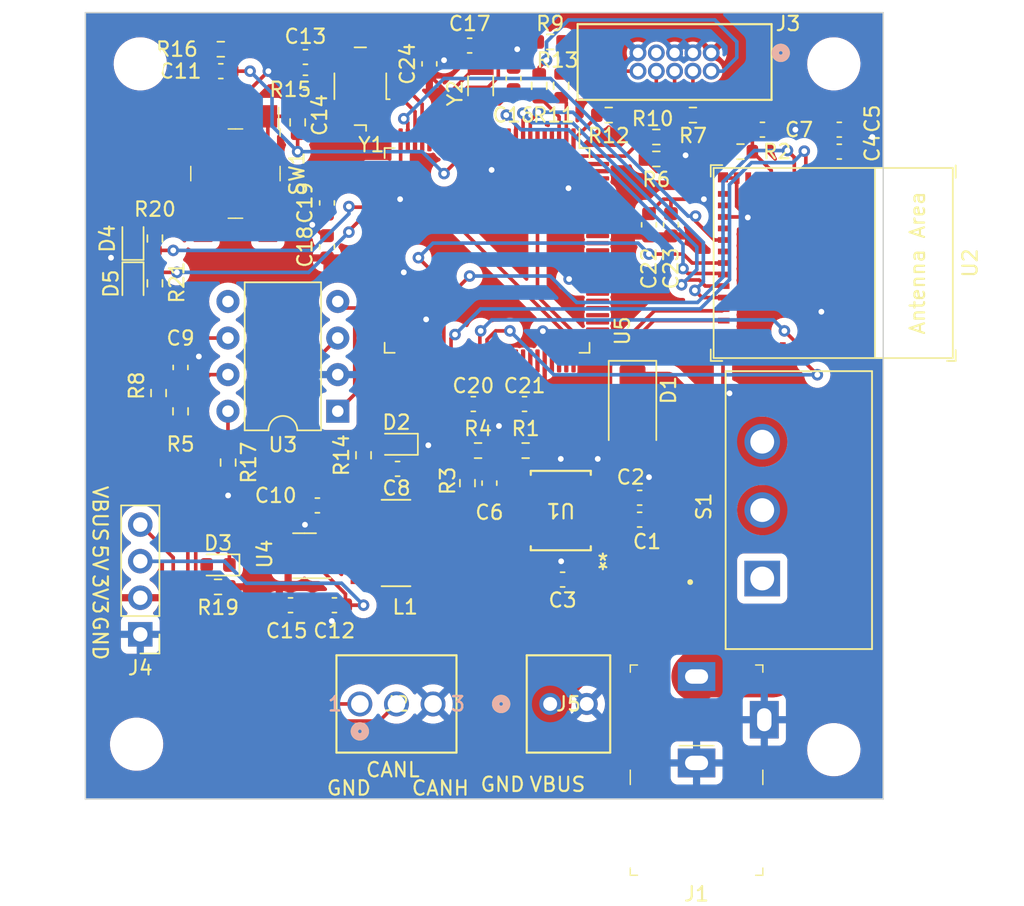
<source format=kicad_pcb>
(kicad_pcb (version 20221018) (generator pcbnew)
  (layers (0 "F.Cu" signal) (31 "B.Cu" signal) (34 "B.Paste" user) (35 "F.Paste" user) (36 "B.SilkS" user "B.Silkscreen") (37 "F.SilkS" user "F.Silkscreen") (38 "B.Mask" user) (39 "F.Mask" user) (44 "Edge.Cuts" user))
  (net 0 "")
  (net 1 "+3.3V")
  (net 2 "GND")
  (net 3 "VBUS")
  (net 4 "Net-(D2-A)")
  (net 5 "Net-(D3-A)")
  (net 6 "/CANH")
  (net 7 "/CANL")
  (net 8 "+5V")
  (net 11 "Net-(U1-BOOT)")
  (net 12 "Net-(U1-SW)")
  (net 13 "Net-(U1-COMP)")
  (net 14 "Net-(U5-XTAL1)")
  (net 15 "/RESET")
  (net 16 "Net-(U5-XTAL2)")
  (net 17 "Net-(U5-RTCX1)")
  (net 18 "Net-(U5-RTCX2)")
  (net 19 "Net-(D4-A)")
  (net 20 "Net-(D5-A)")
  (net 21 "Net-(U1-FB)")
  (net 22 "Net-(U3-Rs)")
  (net 23 "Net-(U5-P1[18])")
  (net 24 "Net-(U5-P1[19])")
  (net 25 "/nTRST")
  (net 26 "Net-(D1-A)")
  (net 27 "/TCK")
  (net 28 "/TMS")
  (net 29 "/TDO")
  (net 30 "/TDI")
  (net 32 "Net-(U3-TXD)")
  (net 33 "Net-(U3-RXD)")
  (net 94 "Net-(C6-Pad2)")
  (net 95 "Net-(U2-EN{slash}CHIP_PU)")
  (net 96 "Net-(C9-Pad1)")
  (net 97 "Net-(J1-Pad1)")
  (net 98 "Net-(J3-SWDIO{slash}TMS)")
  (net 99 "Net-(J3-SWDCLK{slash}TCK)")
  (net 100 "Net-(J3-SWO{slash}TDO)")
  (net 102 "Net-(J3-NC{slash}TDI)")
  (net 103 "Net-(J3-~{RESET})")
  (net 104 "Net-(U2-GPIO2{slash}ADC1_CH2)")
  (net 105 "Net-(U2-GPIO3{slash}ADC1_CH3)")
  (net 112 "Net-(U2-GPIO10)")
  (net 114 "Net-(U2-GPIO4{slash}ADC1_CH4)")
  (net 115 "Net-(U2-GPIO5{slash}ADC2_CH0)")
  (net 116 "Net-(U2-GPIO6)")
  (net 117 "Net-(U2-GPIO7)")
  (net 118 "Net-(U2-GPIO8)")
  (net 119 "Net-(U2-GPIO9)")
  (net 126 "Net-(U2-GPIO20{slash}U0RXD)")
  (net 127 "Net-(U2-GPIO21{slash}U0TXD)")
  (net 132 "Net-(R15-Pad1)")
  (footprint "1x3 terminal block:CONN_282834-3_TYC" (layer "F.Cu") (at 109.982 123.19)
    (fp_text reference "J2")
    (fp_text value "~")
  )
  (footprint "Package_QFP:LQFP-100_14x14mm_P0.5mm" (layer "F.Cu") (at 118.81 91.694 -90)
    (fp_text reference "U5")
    (fp_text value "LPC1768FBD100")
  )
  (footprint "Capacitor_SMD:C_0603_1608Metric" (layer "F.Cu") (at 137.922 83.312)
    (fp_text reference "C7")
    (fp_text value "1uF")
  )
  (footprint "Capacitor_SMD:C_0603_1608Metric" (layer "F.Cu") (at 108.217 116.332 180)
    (fp_text reference "C12")
    (fp_text value "1uF")
  )
  (footprint "Capacitor_SMD:C_0603_1608Metric" (layer "F.Cu") (at 100.33 79.248 180)
    (fp_text reference "C11")
    (fp_text value "100nF")
  )
  (footprint "BD9E302EFJ-E2:HTSOP-J8_ROM" (layer "F.Cu") (at 123.926 109.76 180)
    (fp_text reference "U1")
    (fp_text value "BD9E302EFJ-E2")
  )
  (footprint "Package_TO_SOT_SMD:SOT-23-5" (layer "F.Cu") (at 106.1405 112.8945 180)
    (fp_text reference "U4")
    (fp_text value "NCP718xSN330")
  )
  (footprint "Capacitor_SMD:C_0603_1608Metric" (layer "F.Cu") (at 143.256 84.836)
    (fp_text reference "C4")
    (fp_text value "10uF")
  )
  (footprint "Resistor_SMD:R_0603_1608Metric" (layer "F.Cu") (at 110.236 105.918 90)
    (fp_text reference "R14")
    (fp_text value "1k6")
  )
  (footprint "Capacitor_SMD:C_0603_1608Metric" (layer "F.Cu") (at 107.035 109.4045 180)
    (fp_text reference "C10")
    (fp_text value "22uF")
  )
  (footprint "Capacitor_SMD:C_0603_1608Metric" (layer "F.Cu") (at 129.4 108.871)
    (fp_text reference "C2")
    (fp_text value "0.1uF")
  )
  (footprint "10 pin jtag:CONN_3220-10-0100-00_CNC" (layer "F.Cu") (at 134.366 77.978 180)
    (fp_text reference "J3")
    (fp_text value "Conn_ARM_JTAG_SWD_10")
  )
  (footprint "Capacitor_SMD:C_0603_1608Metric" (layer "F.Cu") (at 117.602 77.47)
    (fp_text reference "C17")
    (fp_text value "18pF")
  )
  (footprint "Resistor_SMD:R_0603_1608Metric" (layer "F.Cu") (at 100.139 115.062 180)
    (fp_text reference "R19")
    (fp_text value "750R")
  )
  (footprint "Capacitor_SMD:C_0603_1608Metric" (layer "F.Cu") (at 105.169 116.332)
    (fp_text reference "C15")
    (fp_text value "1uF")
  )
  (footprint "Resistor_SMD:R_0603_1608Metric" (layer "F.Cu") (at 130.556 85.344 180)
    (fp_text reference "R6")
    (fp_text value "10k")
  )
  (footprint "MountingHole:MountingHole_3.2mm_M3" (layer "F.Cu") (at 142.875 126.365)
    (fp_text reference "REF**" hide)
    (fp_text value "MountingHole_3.2mm_M3")
  )
  (footprint "Capacitor_SMD:C_0603_1608Metric" (layer "F.Cu") (at 120.65 79.756 -90)
    (fp_text reference "C16")
    (fp_text value "18pF")
  )
  (footprint "Diode_SMD:D_SMA" (layer "F.Cu") (at 128.905 102.87 -90)
    (fp_text reference "D1")
    (fp_text value "B340")
  )
  (footprint "Capacitor_SMD:C_0603_1608Metric" (layer "F.Cu") (at 121.412 102.362 180)
    (fp_text reference "C21")
    (fp_text value "10nF")
  )
  (footprint "Resistor_SMD:R_0603_1608Metric" (layer "F.Cu") (at 95.758 93.98 -90)
    (fp_text reference "R21")
    (fp_text value "750R")
  )
  (footprint "Switches:SW_L102021ML04Q" (layer "F.Cu") (at 137.9075 109.728 90)
    (fp_text reference "S1")
    (fp_text value "L102021ML04Q")
  )
  (footprint "Resistor_SMD:R_0603_1608Metric" (layer "F.Cu") (at 97.536 102.87 90)
    (fp_text reference "R5")
    (fp_text value "60R")
  )
  (footprint "Resistor_SMD:R_0603_1608Metric" (layer "F.Cu") (at 123.952 80.264 -90)
    (fp_text reference "R13")
    (fp_text value "50R")
  )
  (footprint "Resistor_SMD:R_0603_1608Metric" (layer "F.Cu") (at 100.838 106.426 -90)
    (fp_text reference "R17")
    (fp_text value "10k")
  )
  (footprint "Resistor_SMD:R_0603_1608Metric" (layer "F.Cu") (at 121.4875 105.5945)
    (fp_text reference "R1")
    (fp_text value "10k")
  )
  (footprint "1x2 terminal block:CONN2_282834-2_TEC" (layer "F.Cu") (at 123.19 123.19)
    (fp_text reference "J5")
    (fp_text value "~")
  )
  (footprint "Capacitor_SMD:C_0603_1608Metric" (layer "F.Cu") (at 124.053 114.554 180)
    (fp_text reference "C3")
    (fp_text value "0.1uF")
  )
  (footprint "Capacitor_SMD:C_0603_1608Metric" (layer "F.Cu") (at 129.4 110.395)
    (fp_text reference "C1")
    (fp_text value "10uF")
  )
  (footprint "LED_SMD:LED_0603_1608Metric" (layer "F.Cu") (at 94.234 94.0055 -90)
    (fp_text reference "D5")
    (fp_text value "LED Low current")
  )
  (footprint "digikey-footprints:Switch_Tactile_SMD_6x6mm_PTS645" (layer "F.Cu") (at 101.346 86.36 -90)
    (fp_text reference "SW1")
    (fp_text value "SW_SPST")
  )
  (footprint "Connector_PinHeader_2.54mm:PinHeader_1x04_P2.54mm_Vertical" (layer "F.Cu") (at 94.742 118.354 180)
    (fp_text reference "J4")
    (fp_text value "0022232041")
  )
  (footprint "Resistor_SMD:R_0603_1608Metric" (layer "F.Cu") (at 130.556 83.82 180)
    (fp_text reference "R10")
    (fp_text value "50R")
  )
  (footprint "Resistor_SMD:R_0603_1608Metric" (layer "F.Cu") (at 122.428 80.264 -90)
    (fp_text reference "R11")
    (fp_text value "50R")
  )
  (footprint "Resistor_SMD:R_0603_1608Metric" (layer "F.Cu") (at 133.096 82.296 180)
    (fp_text reference "R7")
    (fp_text value "10k")
  )
  (footprint "NR6028T4R7M:IND_NR6028T4R7M" (layer "F.Cu") (at 112.4905 112.014 180)
    (fp_text reference "L1")
    (fp_text value "4.7uH")
  )
  (footprint "Crystal:Crystal_SMD_Abracon_ABM3B-4Pin_5.0x3.2mm" (layer "F.Cu") (at 110.014 80.296 90)
    (fp_text reference "Y1")
    (fp_text value "12MHz/10pF")
  )
  (footprint "digikey-footprints:Barrel_Jack_5.5mmODx2.1mmID_PJ-102A" (layer "F.Cu") (at 133.35 124.285 180)
    (fp_text reference "J1")
    (fp_text value "PJ-102A")
  )
  (footprint "Capacitor_SMD:C_0603_1608Metric" (layer "F.Cu") (at 130.048 89.916 90)
    (fp_text reference "C22")
    (fp_text value "100nF")
  )
  (footprint "Resistor_SMD:R_0603_1608Metric" (layer "F.Cu") (at 127.254 82.296 180)
    (fp_text reference "R12")
    (fp_text value "50R")
  )
  (footprint "Resistor_SMD:R_0603_1608Metric" (layer "F.Cu") (at 100.33 77.724)
    (fp_text reference "R16")
    (fp_text value "100k")
  )
  (footprint "Capacitor_SMD:C_0603_1608Metric" (layer "F.Cu") (at 107.7025 88.3985 -90)
    (fp_text reference "C19")
    (fp_text value "10nF")
  )
  (footprint "Espressif:ESP32-C3-MINI-1" (layer "F.Cu") (at 142.834 92.57 -90)
    (fp_text reference "U2")
    (fp_text value "ESP32-C3-MINI-1")
  )
  (footprint "Crystal:Crystal_SMD_3215-2Pin_3.2x1.5mm" (layer "F.Cu") (at 118.364 80.264 90)
    (fp_text reference "Y2")
    (fp_text value "32.768kHz/9pF")
  )
  (footprint "Resistor_SMD:R_0603_1608Metric" (layer "F.Cu") (at 117.449 107.855 90)
    (fp_text reference "R3")
    (fp_text value "430k")
  )
  (footprint "Package_DIP:DIP-8_W7.62mm" (layer "F.Cu") (at 108.448 102.86 180)
    (fp_text reference "U3")
    (fp_text value "MCP2551-I-P")
  )
  (footprint "Capacitor_SMD:C_0603_1608Metric" (layer "F.Cu") (at 106.204 80.042 180)
    (fp_text reference "C14")
    (fp_text value "18pF")
  )
  (footprint "Capacitor_SMD:C_0603_1608Metric" (layer "F.Cu") (at 143.256 83.312)
    (fp_text reference "C5")
    (fp_text value "0.1uF")
  )
  (footprint "Capacitor_SMD:C_0603_1608Metric" (layer "F.Cu") (at 106.204 78.264)
    (fp_text reference "C13")
    (fp_text value "18pF")
  )
  (footprint "Resistor_SMD:R_0603_1608Metric" (layer "F.Cu") (at 136.398 84.836 180)
    (fp_text reference "R2")
    (fp_text value "10k")
  )
  (footprint "Resistor_SMD:R_0603_1608Metric" (layer "F.Cu") (at 123.19 77.216 180)
    (fp_text reference "R9")
    (fp_text value "50R")
  )
  (footprint "Capacitor_SMD:C_0603_1608Metric" (layer "F.Cu") (at 117.856 102.362)
    (fp_text reference "C20")
    (fp_text value "100nF")
  )
  (footprint "Resistor_SMD:R_0603_1608Metric" (layer "F.Cu") (at 118.1855 105.5945)
    (fp_text reference "R4")
    (fp_text value "82k")
  )
  (footprint "Capacitor_SMD:C_0603_1608Metric" (layer "F.Cu") (at 131.572 89.916 90)
    (fp_text reference "C23")
    (fp_text value "10nF")
  )
  (footprint "Resistor_SMD:R_0603_1608Metric" (layer "F.Cu") (at 96.012 101.6 90)
    (fp_text reference "R8")
    (fp_text value "60R")
  )
  (footprint "MountingHole:MountingHole_3.2mm_M3" (layer "F.Cu") (at 142.875 78.74)
    (fp_text reference "REF**" hide)
    (fp_text value "MountingHole_3.2mm_M3")
  )
  (footprint "Capacitor_SMD:C_0603_1608Metric" (layer "F.Cu") (at 97.536 99.822 90)
    (fp_text reference "C9")
    (fp_text value "1nF")
  )
  (footprint "MountingHole:MountingHole_3.2mm_M3" (layer "F.Cu") (at 94.742 78.74)
    (fp_text reference "REF**" hide)
    (fp_text value "MountingHole_3.2mm_M3")
  )
  (footprint "LED_SMD:LED_0603_1608Metric" (layer "F.Cu") (at 112.522 105.156 180)
    (fp_text reference "D2")
    (fp_text value "LED Low current")
  )
  (footprint "Capacitor_SMD:C_0603_1608Metric" (layer "F.Cu") (at 114.808 78.74 90)
    (fp_text reference "C24")
    (fp_text value "100nF")
  )
  (footprint "Capacitor_SMD:C_0603_1608Metric" (layer "F.Cu") (at 107.7025 91.4465 90)
    (fp_text reference "C18")
    (fp_text value "100nF")
  )
  (footprint "Resistor_SMD:R_0603_1608Metric" (layer "F.Cu") (at 95.758 90.869 90)
    (fp_text reference "R20")
    (fp_text value "750R")
  )
  (footprint "MountingHole:MountingHole_3.2mm_M3" (layer "F.Cu") (at 94.488 125.984)
    (fp_text reference "REF**" hide)
    (fp_text value "MountingHole_3.2mm_M3")
  )
  (footprint "LED_SMD:LED_0603_1608Metric" (layer "F.Cu") (at 100.139 113.538 180)
    (fp_text reference "D3")
    (fp_text value "LED Low current")
  )
  (footprint "Capacitor_SMD:C_0603_1608Metric" (layer "F.Cu") (at 112.5975 106.8645)
    (fp_text reference "C8")
    (fp_text value "22uF")
  )
  (footprint "LED_SMD:LED_0603_1608Metric" (layer "F.Cu") (at 94.234 90.869 90)
    (fp_text reference "D4")
    (fp_text value "LED Low current")
  )
  (footprint "Capacitor_SMD:C_0603_1608Metric" (layer "F.Cu") (at 118.973 107.855 90)
    (fp_text reference "C6")
    (fp_text value "6800pF")
  )
  (footprint "Resistor_SMD:R_0603_1608Metric" (layer "F.Cu") (at 105.664 82.804 -90)
    (fp_text reference "R15")
    (fp_text value "100R")
  )
  (gr_line (start 116.078 129.794) (end 90.932 129.794) (stroke (width 0.1)) (layer "Edge.Cuts"))
  (gr_line (start 146.304 129.794) (end 146.304 75.184) (stroke (width 0.1)) (layer "Edge.Cuts"))
  (gr_line (start 90.932 129.794) (end 90.932 75.184) (stroke (width 0.1)) (layer "Edge.Cuts"))
  (gr_line (start 146.304 129.794) (end 116.078 129.794) (stroke (width 0.1)) (layer "Edge.Cuts"))
  (gr_line (start 90.932 75.184) (end 146.304 75.184) (stroke (width 0.1)) (layer "Edge.Cuts"))
  (gr_text "GND" (at 109.22 129.032) (layer "F.SilkS") (effects (font (size 1 1))))
  (gr_text "VBUS" (at 91.948 109.982 270) (layer "F.SilkS") (effects (font (size 1 1))))
  (gr_text "5V" (at 91.948 113.03 270) (layer "F.SilkS") (effects (font (size 1 1))))
  (gr_text "VBUS" (at 123.698 128.778) (layer "F.SilkS") (effects (font (size 1 1))))
  (gr_text "CANH" (at 115.57 129.032) (layer "F.SilkS") (effects (font (size 1 1))))
  (gr_text "3V3" (at 91.948 115.57 270) (layer "F.SilkS") (effects (font (size 1 1))))
  (gr_text "CANL" (at 112.268 127.762) (layer "F.SilkS") (effects (font (size 1 1))))
  (gr_text "GND" (at 119.888 128.778) (layer "F.SilkS") (effects (font (size 1 1))))
  (gr_text "GND" (at 91.948 118.618 -90) (layer "F.SilkS") (effects (font (size 1 1))))
  (segment (start 142.481 84.836) (end 142.481 86.617) (width 0.254) (layer "F.Cu") (net 1))
  (segment (start 142.481 86.617) (end 142.534 86.67) (width 0.254) (layer "F.Cu") (net 1))
  (segment (start 114.808 79.515) (end 115.804 80.511) (width 0.254) (layer "F.Cu") (net 1))
  (segment (start 115.804 80.511) (end 115.804 84.013) (width 0.254) (layer "F.Cu") (net 1))
  (segment (start 119.81 85.422) (end 119.126 86.106) (width 0.254) (layer "F.Cu") (net 2))
  (segment (start 112.726 88.188) (end 111.135 88.188) (width 0.254) (layer "F.Cu") (net 2))
  (segment (start 107.278 112.8945) (end 106.814553 112.8945) (width 0.254) (layer "F.Cu") (net 2))
  (segment (start 119.81 84.019) (end 119.81 85.422) (width 0.254) (layer "F.Cu") (net 2))
  (segment (start 99.096 81.81) (end 101.07 81.81) (width 0.254) (layer "F.Cu") (net 2))
  (segment (start 144.031 83.312) (end 145.034 83.312) (width 0.254) (layer "F.Cu") (net 2))
  (segment (start 126.593 106.273) (end 126.492 106.172) (width 0.254) (layer "F.Cu") (net 2))
  (segment (start 123.348508 105.5945) (end 123.926008 106.172) (width 0.254) (layer "F.Cu") (net 2))
  (segment (start 145.084 86.62) (end 145.084 84.278) (width 0.254) (layer "F.Cu") (net 2))
  (segment (start 131.572 88.138) (end 133.858 88.138) (width 0.254) (layer "F.Cu") (net 2))
  (segment (start 107.861498 117.602) (end 108.032749 117.430749) (width 0.254) (layer "F.Cu") (net 2))
  (segment (start 130.175 108.871) (end 130.175 107.569) (width 0.254) (layer "F.Cu") (net 2))
  (segment (start 135.234 86.67) (end 135.184 86.62) (width 0.254) (layer "F.Cu") (net 2))
  (segment (start 116.827 77.47) (end 115.824 78.473) (width 0.254) (layer "F.Cu") (net 2))
  (segment (start 131.051 88.138) (end 131.572 88.138) (width 0.254) (layer "F.Cu") (net 2))
  (segment (start 115.302984 77.965) (end 115.824 78.486016) (width 0.254) (layer "F.Cu") (net 2))
  (segment (start 136.134 88.636) (end 136.906 89.408) (width 0.254) (layer "F.Cu") (net 2))
  (segment (start 107.7025 90.6715) (end 107.4355 90.6715) (width 0.254) (layer "F.Cu") (net 2))
  (segment (start 113.3725 106.8645) (end 113.3725 105.219) (width 0.254) (layer "F.Cu") (net 2))
  (segment (start 142.012 94.107) (end 142.012 95.447) (width 1) (layer "F.Cu") (net 2))
  (segment (start 94.234 93.1295) (end 94.234 92.202) (width 0.254) (layer "F.Cu") (net 2))
  (segment (start 100.9265 113.538) (end 100.9265 108.8005) (width 0.254) (layer "F.Cu") (net 2))
  (segment (start 117.816 84.796) (end 117.816 84.019) (width 0.254) (layer "F.Cu") (net 2))
  (segment (start 120.65 77.978006) (end 120.904 77.724006) (width 0.254) (layer "F.Cu") (net 2))
  (segment (start 144.984 96.094) (end 142.151 96.094) (width 0.254) (layer "F.Cu") (net 2))
  (segment (start 107.442 117.602) (end 107.861498 117.602) (width 0.254) (layer "F.Cu") (net 2))
  (segment (start 104.616 78.264) (end 103.632 79.248) (width 0.254) (layer "F.Cu") (net 2))
  (segment (start 119.126 86.106) (end 117.816 84.796) (width 0.254) (layer "F.Cu") (net 2))
  (segment (start 129.731 85.344) (end 130.587 86.2) (width 0.254) (layer "F.Cu") (net 2))
  (segment (start 137.187 89.37) (end 138.056 90.239) (width 0.254) (layer "F.Cu") (net 2))
  (segment (start 144.526 84.836) (end 145.542 83.82) (width 0.254) (layer "F.Cu") (net 2))
  (segment (start 114.81 99.369) (end 114.81 96.714075) (width 0.254) (layer "F.Cu") (net 2))
  (segment (start 141.837 92.456) (end 138.377 92.456) (width 1) (layer "F.Cu") (net 2))
  (segment (start 107.7025 89.1735) (end 107.4225 89.1735) (width 0.254) (layer "F.Cu") (net 2))
  (segment (start 136.134 86.67) (end 136.134 88.636) (width 0.254) (layer "F.Cu") (net 2))
  (segment (start 145.034 83.312) (end 145.542 83.82) (width 0.254) (layer "F.Cu") (net 2))
  (segment (start 130.175 107.569) (end 130.048 107.442) (width 0.254) (layer "F.Cu") (net 2))
  (segment (start 135.234 89.37) (end 136.868 89.37) (width 0.254) (layer "F.Cu") (net 2))
  (segment (start 130.048 89.141) (end 131.051 88.138) (width 0.254) (layer "F.Cu") (net 2))
  (segment (start 106.172 112.251947) (end 106.172 110.744) (width 0.254) (layer "F.Cu") (net 2))
  (segment (start 105.944 116.332) (end 105.944 116.866) (width 0.254) (layer "F.Cu") (net 2))
  (segment (start 99.568 81.338) (end 99.096 81.81) (width 0.254) (layer "F.Cu") (net 2))
  (segment (start 123.31 99.369) (end 123.31 97.927026) (width 0.254) (layer "F.Cu") (net 2))
  (segment (start 97.536 99.047) (end 98.793 99.047) (width 0.254) (layer "F.Cu") (net 2))
  (segment (start 107.442 116.332) (end 107.442 117.602) (width 0.254) (layer "F.Cu") (net 2))
  (segment (start 107.4225 89.1735) (end 106.68 89.916) (width 0.254) (layer "F.Cu") (net 2))
  (segment (start 130.587 86.2) (end 131.821658 86.2) (width 0.254) (layer "F.Cu") (net 2))
  (segment (start 113.3725 105.219) (end 113.3095 105.156) (width 0.254) (layer "F.Cu") (net 2))
  (segment (start 122.3125 105.5945) (end 123.348508 105.5945) (width 0.254) (layer "F.Cu") (net 2))
  (segment (start 141.634 94.488) (end 138.174 94.488) (width 1) (layer "F.Cu") (net 2))
  (segment (start 136.944 89.37) (end 137.187 89.37) (width 0.254) (layer "F.Cu") (net 2))
  (segment (start 114.5575 105.2255) (end 114.488 105.156) (width 0.254) (layer "F.Cu") (net 2))
  (segment (start 143.334 86.67) (end 144.134 86.67) (width 0.254) (layer "F.Cu") (net 2))
  (segment (start 123.926 106.172008) (end 123.926008 106.172) (width 1) (layer "F.Cu") (net 2))
  (segment (start 119.888 102.362) (end 120.637 102.362) (width 0.254) (layer "F.Cu") (net 2))
  (segment (start 126.485 94.194) (end 125.013674 94.194) (width 0.254) (layer "F.Cu") (net 2))
  (segment (start 113.006 93.194) (end 113.03 93.218) (width 0.254) (layer "F.Cu") (net 2))
  (segment (start 123.926 113.258) (end 123.952 113.284) (width 1) (layer "F.Cu") (net 2))
  (segment (start 136.868 89.37) (end 136.906 89.408) (width 0.254) (layer "F.Cu") (net 2))
  (segment (start 138.697 83.312) (end 140.208 83.312) (width 0.254) (layer "F.Cu") (net 2))
  (segment (start 145.034 86.67) (end 145.084 86.62) (width 0.254) (layer "F.Cu") (net 2))
  (segment (start 98.793 99.047) (end 98.806 99.06) (width 0.254) (layer "F.Cu") (net 2))
  (segment (start 114.81 96.714075) (end 114.581 96.485075) (width 0.254) (layer "F.Cu") (net 2))
  (segment (start 126.485 87.194) (end 124.642 87.194) (width 0.254) (layer "F.Cu") (net 2))
  (segment (start 100.9265 108.8005) (end 100.838 108.712) (width 0.254) (layer "F.Cu") (net 2))
  (segment (start 144.134 86.67) (end 145.034 86.67) (width 0.254) (layer "F.Cu") (net 2))
  (segment (start 145.084 84.278) (end 145.542 83.82) (width 0.254) (layer "F.Cu") (net 2))
  (segment (start 114.488 105.156) (end 113.3095 105.156) (width 0.254) (layer "F.Cu") (net 2))
  (segment (start 119.634012 102.615988) (end 119.634012 103.886) (width 0.254) (layer "F.Cu") (net 2))
  (segment (start 121.259 110.395) (end 123.291 110.395) (width 0.254) (layer "F.Cu") (net 2))
  (segment (start 105.429 80.042) (end 104.635 79.248) (width 0.254) (layer "F.Cu") (net 2))
  (segment (start 135.184 98.52) (end 135.184 101.165) (width 0.254) (layer "F.Cu") (net 2))
  (segment (start 114.808 77.965) (end 115.302984 77.965) (width 0.254) (layer "F.Cu") (net 2))
  (segment (start 105.429 78.264) (end 104.616 78.264) (width 0.254) (layer "F.Cu") (net 2))
  (segment (start 138.056 90.678) (end 142.006 90.678) (width 1) (layer "F.Cu") (net 2))
  (segment (start 123.926 109.76) (end 123.926 106.172008) (width 1) (layer "F.Cu") (net 2))
  (segment (start 125.013674 94.194) (end 124.502837 93.683163) (width 0.254) (layer "F.Cu") (net 2))
  (segment (start 106.172 109.4925) (end 106.172 110.744) (width 0.254) (layer "F.Cu") (net 2))
  (segment (start 119.0105 104.509512) (end 119.634012 103.886) (width 0.254) (layer "F.Cu") (net 2))
  (segment (start 124.642 87.194) (end 124.46 87.376) (width 0.254) (layer "F.Cu") (net 2))
  (segment (start 112.726 88.188) (end 112.776 88.138) (width 0.254) (layer "F.Cu") (net 2))
  (segment (start 106.26 109.4045) (end 106.172 109.4925) (width 0.254) (layer "F.Cu") (net 2))
  (segment (start 142.006 92.214) (end 140.031 92.214) (width 0.254) (layer "F.Cu") (net 2))
  (segment (start 107.4355 90.6715) (end 106.68 89.916) (width 0.254) (layer "F.Cu") (net 2))
  (segment (start 106.814553 112.8945) (end 106.172 112.251947) (width 0.254) (layer "F.Cu") (net 2))
  (segment (start 106.68 117.602) (end 107.442 117.602) (width 0.254) (layer "F.Cu") (net 2))
  (segment (start 136.134 86.67) (end 135.234 86.67) (width 0.254) (layer "F.Cu") (net 2))
  (segment (start 131.821658 86.2) (end 132.588 85.433658) (width 0.254) (layer "F.Cu") (net 2))
  (segment (start 105.944 116.866) (end 106.68 117.602) (width 0.254) (layer "F.Cu") (net 2))
  (segment (start 132.588 85.433658) (end 132.588 85.09) (width 0.254) (layer "F.Cu") (net 2))
  (segment (start 99.096 90.91) (end 99.096 81.81) (width 0.254) (layer "F.Cu") (net 2))
  (segment (start 138.126 94.431) (end 138.126 90.481) (width 1) (layer "F.Cu") (net 2))
  (segment (start 99.568 79.261) (end 99.568 81.338) (width 0.254) (layer "F.Cu") (net 2))
  (segment (start 136.906 89.408) (end 136.944 89.37) (width 0.254) (layer "F.Cu") (net 2))
  (segment (start 115.824 78.473) (end 115.824 78.486016) (width 0.254) (layer "F.Cu") (net 2))
  (segment (start 94.234 92.202) (end 92.71 92.202) (width 0.254) (layer "F.Cu") (net 2))
  (segment (start 142.006 90.735) (end 142.006 94.685) (width 1) (layer "F.Cu") (net 2))
  (segment (start 144.981 86.314) (end 144.981 98.164) (width 0.254) (layer "F.Cu") (net 2))
  (segment (start 114.7325 105.2255) (end 114.5575 105.2255) (width 0.254) (layer "F.Cu") (net 2))
  (segment (start 111.135 93.194) (end 113.006 93.194) (width 0.254) (layer "F.Cu") (net 2))
  (segment (start 130.175 110.395) (end 130.175 108.871) (width 0.254) (layer "F.Cu") (net 2))
  (segment (start 135.184 101.165) (end 135.636 101.617) (width 0.254) (layer "F.Cu") (net 2))
  (segment (start 118.631 102.362) (end 119.888 102.362) (width 0.254) (layer "F.Cu") (net 2))
  (segment (start 123.291 110.395) (end 123.926 109.76) (width 0.254) (layer "F.Cu") (net 2))
  (segment (start 101.07 81.81) (end 103.632 79.248) (width 0.254) (layer "F.Cu") (net 2))
  (segment (start 94.234 92.202) (end 94.234 91.6565) (width 0.254) (layer "F.Cu") (net 2))
  (segment (start 119.0105 105.5945) (end 119.0105 104.509512) (width 0.254) (layer "F.Cu") (net 2))
  (segment (start 104.635 79.248) (end 103.632 79.248) (width 0.254) (layer "F.Cu") (net 2))
  (segment (start 142.012 95.447) (end 142.012 95.954974) (width 1) (layer "F.Cu") (net 2))
  (segment (start 123.926 109.76) (end 123.926 113.258) (width 1) (layer "F.Cu") (net 2))
  (segment (start 100.838 107.251) (end 100.838 108.712) (width 0.254) (layer "F.Cu") (net 2))
  (segment (start 142.151 96.094) (end 142.011987 95.954987) (width 0.254) (layer "F.Cu") (net 2))
  (segment (start 119.888 102.362) (end 119.634012 102.615988) (width 0.254) (layer "F.Cu") (net 2))
  (segment (start 99.555 79.248) (end 99.568 79.261) (width 0.254) (layer "F.Cu") (net 2))
  (segment (start 131.572 89.141) (end 131.572 88.138) (width 0.254) (layer "F.Cu") (net 2))
  (segment (start 120.65 78.981) (end 120.65 77.978006) (width 0.254) (layer "F.Cu") (net 2))
  (segment (start 123.31 97.927026) (end 122.682 97.299026) (width 0.254) (layer "F.Cu") (net 2))
  (segment (start 126.593 107.855) (end 126.593 106.273) (width 0.254) (layer "F.Cu") (net 2))
  (segment (start 144.031 84.836) (end 144.526 84.836) (width 0.254) (layer "F.Cu") (net 2))
  (segment (start 142.012 95.954974) (end 142.011987 95.954987) (width 1) (layer "F.Cu") (net 2))
  (via (at 135.636 101.617) (size 0.8) (drill 0.4) (layers "F.Cu" "B.Cu") (net 2))
  (via (at 130.048 107.442) (size 0.8) (drill 0.4) (layers "F.Cu" "B.Cu") (net 2))
  (via (at 124.46 87.376) (size 0.8) (drill 0.4) (layers "F.Cu" "B.Cu") (net 2))
  (via (at 145.542 83.82) (size 0.8) (drill 0.4) (layers "F.Cu" "B.Cu") (net 2))
  (via (at 119.126 86.106) (size 0.8) (drill 0.4) (layers "F.Cu" "B.Cu") (net 2))
  (via (at 140.208 83.312) (size 0.8) (drill 0.4) (layers "F.Cu" "B.Cu") (net 2))
  (via (at 133.858 88.138) (size 0.8) (drill 0.4) (layers "F.Cu" "B.Cu") (net 2))
  (via (at 126.492 106.172) (size 0.8) (drill 0.4) (layers "F.Cu" "B.Cu") (net 2))
  (via (at 92.71 92.202) (size 0.8) (drill 0.4) (layers "F.Cu" "B.Cu") (net 2))
  (via (at 108.032749 117.430749) (size 0.8) (drill 0.4) (layers "F.Cu" "B.Cu") (net 2))
  (via (at 112.776 88.138) (size 0.8) (drill 0.4) (layers "F.Cu" "B.Cu") (net 2))
  (via (at 142.011987 95.954987) (size 0.8) (drill 0.4) (layers "F.Cu" "B.Cu") (net 2))
  (via (at 132.588 85.09) (size 0.8) (drill 0.4) (layers "F.Cu" "B.Cu") (net 2))
  (via (at 98.806 99.06) (size 0.8) (drill 0.4) (layers "F.Cu" "B.Cu") (net 2))
  (via (at 122.682 97.299026) (size 0.8) (drill 0.4) (layers "F.Cu" "B.Cu") (net 2))
  (via (at 119.634012 103.886) (size 0.8) (drill 0.4) (layers "F.Cu" "B.Cu") (net 2))
  (via (at 106.172 110.744) (size 0.8) (drill 0.4) (layers "F.Cu" "B.Cu") (net 2))
  (via (at 114.7325 105.2255) (size 0.8) (drill 0.4) (layers "F.Cu" "B.Cu") (net 2))
  (via (at 103.632 79.248) (size 0.8) (drill 0.4) (layers "F.Cu" "B.Cu") (net 2))
  (via (at 120.904 77.724006) (size 0.8) (drill 0.4) (layers "F.Cu" "B.Cu") (net 2))
  (via (at 100.838 108.712) (size 0.8) (drill 0.4) (layers "F.Cu" "B.Cu") (net 2))
  (via (at 115.824 78.486016) (size 0.8) (drill 0.4) (layers "F.Cu" "B.Cu") (net 2))
  (via (at 124.502837 93.683163) (size 0.8) (drill 0.4) (layers "F.Cu" "B.Cu") (net 2))
  (via (at 123.926008 106.172) (size 0.8) (drill 0.4) (layers "F.Cu" "B.Cu") (net 2))
  (via (at 114.581 96.485075) (size 0.8) (drill 0.4) (layers "F.Cu" "B.Cu") (net 2))
  (via (at 113.03 93.218) (size 0.8) (drill 0.4) (layers "F.Cu" "B.Cu") (net 2))
  (via (at 136.906 89.408) (size 0.8) (drill 0.4) (layers "F.Cu" "B.Cu") (net 2))
  (via (at 106.68 89.916) (size 0.8) (drill 0.4) (layers "F.Cu" "B.Cu") (net 2))
  (via (at 123.952 113.284) (size 0.8) (drill 0.4) (layers "F.Cu" "B.Cu") (net 2))
  (segment (start 122.918 123.19) (end 117.584 128.524) (width 0.254) (layer "F.Cu") (net 3))
  (segment (start 97.028 117.348) (end 97.028 113.02) (width 0.254) (layer "F.Cu") (net 3))
  (segment (start 122.918 122.025231) (end 122.918 123.19) (width 3.5) (layer "F.Cu") (net 3))
  (segment (start 131.33631 100.87) (end 128.905 100.87) (width 1.5) (layer "F.Cu") (net 3))
  (segment (start 108.204 128.524) (end 97.028 117.348) (width 0.254) (layer "F.Cu") (net 3))
  (segment (start 132.675 107.317411) (end 132.675 114.517245) (width 3.5) (layer "F.Cu") (net 3))
  (segment (start 135.014411 104.978) (end 132.675 107.317411) (width 3.5) (layer "F.Cu") (net 3))
  (segment (start 117.584 128.524) (end 108.204 128.524) (width 0.254) (layer "F.Cu") (net 3))
  (segment (start 97.028 113.02) (end 94.742 110.734) (width 0.254) (layer "F.Cu") (net 3))
  (segment (start 135.44431 104.978) (end 131.33631 100.87) (width 1.5) (layer "F.Cu") (net 3))
  (segment (start 132.675 114.517245) (end 130.425986 114.517245) (width 3.5) (layer "F.Cu") (net 3))
  (segment (start 130.425986 114.517245) (end 122.918 122.025231) (width 3.5) (layer "F.Cu") (net 3))
  (segment (start 137.9075 104.978) (end 135.44431 104.978) (width 3.5) (layer "F.Cu") (net 3))
  (segment (start 111.7345 105.156) (end 110.299 105.156) (width 0.25) (layer "F.Cu") (net 4))
  (segment (start 110.299 105.156) (end 110.236 105.093) (width 0.25) (layer "F.Cu") (net 4))
  (segment (start 99.314 115.062) (end 99.314 113.5755) (width 0.25) (layer "F.Cu") (net 5))
  (segment (start 99.314 113.5755) (end 99.3515 113.538) (width 0.25) (layer "F.Cu") (net 5))
  (segment (start 98.589 103.669) (end 98.589 115.554462) (width 0.25) (layer "F.Cu") (net 6))
  (segment (start 100.828 100.32) (end 99.578 100.32) (width 0.25) (layer "F.Cu") (net 6))
  (segment (start 99.578 100.32) (end 98.552 101.346) (width 0.25) (layer "F.Cu") (net 6))
  (segment (start 98.552 103.632) (end 98.589 103.669) (width 0.25) (layer "F.Cu") (net 6))
  (segment (start 97.536 103.695) (end 98.489 103.695) (width 0.25) (layer "F.Cu") (net 6))
  (segment (start 98.552 101.346) (end 98.552 103.632) (width 0.25) (layer "F.Cu") (net 6))
  (segment (start 98.589 115.554462) (end 106.224538 123.19) (width 0.25) (layer "F.Cu") (net 6))
  (segment (start 98.489 103.695) (end 98.552 103.632) (width 0.25) (layer "F.Cu") (net 6))
  (segment (start 106.224538 123.19) (end 109.982 123.19) (width 0.25) (layer "F.Cu") (net 6))
  (segment (start 112.522 123.698) (end 112.522 123.19) (width 0.25) (layer "F.Cu") (net 7))
  (segment (start 98.044 115.645858) (end 106.776742 124.3786) (width 0.25) (layer "F.Cu") (net 7))
  (segment (start 94.742 100.33) (end 94.742 102.362) (width 0.25) (layer "F.Cu") (net 7))
  (segment (start 96.012 102.425) (end 94.805 102.425) (width 0.25) (layer "F.Cu") (net 7))
  (segment (start 100.828 97.78) (end 97.292 97.78) (width 0.25) (layer "F.Cu") (net 7))
  (segment (start 98.044 105.664) (end 98.044 115.645858) (width 0.25) (layer "F.Cu") (net 7))
  (segment (start 94.805 102.425) (end 94.742 102.362) (width 0.25) (layer "F.Cu") (net 7))
  (segment (start 97.292 97.78) (end 94.742 100.33) (width 0.25) (layer "F.Cu") (net 7))
  (segment (start 111.3334 124.3786) (end 112.522 123.19) (width 0.25) (layer "F.Cu") (net 7))
  (segment (start 94.742 102.362) (end 98.044 105.664) (width 0.25) (layer "F.Cu") (net 7))
  (segment (start 106.776742 124.3786) (end 111.3334 124.3786) (width 0.25) (layer "F.Cu") (net 7))
  (segment (start 106.68 99.548) (end 108.448 97.78) (width 0.254) (layer "F.Cu") (net 8))
  (segment (start 110.1405 109.779) (end 108.051 107.6895) (width 0.254) (layer "F.Cu") (net 8))
  (segment (start 108.979 115.5455) (end 108.979 116.319) (width 0.254) (layer "F.Cu") (net 8))
  (segment (start 108.979 116.319) (end 108.992 116.332) (width 0.254) (layer "F.Cu") (net 8))
  (segment (start 107.81 107.9305) (end 108.051 107.6895) (width 0.254) (layer "F.Cu") (net 8))
  (segment (start 110.1405 111.1165) (end 110.1405 106.8385) (width 0.254) (layer "F.Cu") (net 8))
  (segment (start 110.3575 106.8645) (end 110.236 106.743) (width 0.254) (layer "F.Cu") (net 8))
  (segment (start 106.68 106.3185) (end 106.68 99.548) (width 0.254) (layer "F.Cu") (net 8))
  (segment (start 108.051 107.6895) (end 106.68 106.3185) (width 0.254) (layer "F.Cu") (net 8))
  (segment (start 110.1405 111.1165) (end 110.1405 109.779) (width 0.254) (layer "F.Cu") (net 8))
  (segment (start 111.8225 106.8645) (end 110.3575 106.8645) (width 0.254) (layer "F.Cu") (net 8))
  (segment (start 107.81 109.4045) (end 107.81 107.9305) (width 0.254) (layer "F.Cu") (net 8))
  (segment (start 110.1405 106.8385) (end 110.236 106.743) (width 0.254) (layer "F.Cu") (net 8))
  (segment (start 107.3475 112.014) (end 107.278 111.9445) (width 0.254) (layer "F.Cu") (net 8))
  (segment (start 109.243 112.014) (end 107.3475 112.014) (width 0.254) (layer "F.Cu") (net 8))
  (segment (start 108.979 115.5455) (end 107.278 113.8445) (width 0.254) (layer "F.Cu") (net 8))
  (segment (start 110.1405 111.445447) (end 107.741447 113.8445) (width 0.254) (layer "F.Cu") (net 8))
  (segment (start 107.741447 113.8445) (end 107.278 113.8445) (width 0.254) (layer "F.Cu") (net 8))
  (segment (start 108.992 116.332) (end 110.236 116.332) (width 0.254) (layer "F.Cu") (net 8))
  (segment (start 110.1405 111.1165) (end 110.1405 111.445447) (width 0.254) (layer "F.Cu") (net 8))
  (via (at 110.236 116.332) (size 0.8) (drill 0.4) (layers "F.Cu" "B.Cu") (net 8))
  (segment (start 94.752 113.284) (end 94.742 113.274) (width 0.254) (layer "B.Cu") (net 8))
  (segment (start 102.108 114.808) (end 100.584 113.284) (width 0.254) (layer "B.Cu") (net 8))
  (segment (start 110.236 116.332) (end 108.712 114.808) (width 0.254) (layer "B.Cu") (net 8))
  (segment (start 100.584 113.284) (end 94.752 113.284) (width 0.254) (layer "B.Cu") (net 8))
  (segment (start 108.712 114.808) (end 102.108 114.808) (width 0.254) (layer "B.Cu") (net 8))
  (segment (start 125.476 114.554) (end 124.828 114.554) (width 0.25) (layer "F.Cu") (net 11))
  (segment (start 126.593 111.665) (end 126.593 113.437) (width 0.25) (layer "F.Cu") (net 11))
  (segment (start 126.593 113.437) (end 125.476 114.554) (width 0.25) (layer "F.Cu") (net 11))
  (segment (start 120.904 111.665) (end 115.189498 111.665) (width 1) (layer "F.Cu") (net 12))
  (segment (start 120.904 111.665) (end 121.259 111.665) (width 1) (layer "F.Cu") (net 12))
  (segment (start 117.449 108.68) (end 117.449 112.014) (width 0.25) (layer "F.Cu") (net 12))
  (segment (start 123.278 114.554) (end 122.555 114.554) (width 0.25) (layer "F.Cu") (net 12))
  (segment (start 120.904 112.903) (end 120.904 111.665) (width 0.25) (layer "F.Cu") (net 12))
  (segment (start 122.555 114.554) (end 120.904 112.903) (width 0.25) (layer "F.Cu") (net 12))
  (segment (start 120.764 108.63) (end 121.259 109.125) (width 0.25) (layer "F.Cu") (net 13))
  (segment (start 118.973 108.63) (end 120.764 108.63) (width 0.25) (layer "F.Cu") (net 13))
  (segment (start 106.979 78.611) (end 107.889 79.521) (width 0.25) (layer "F.Cu") (net 14))
  (segment (start 106.979 78.264) (end 106.979 78.611) (width 0.25) (layer "F.Cu") (net 14))
  (segment (start 109.989 79.521) (end 111.214 78.296) (width 0.25) (layer "F.Cu") (net 14))
  (segment (start 111.944 79.026) (end 111.214 78.296) (width 0.25) (layer "F.Cu") (net 14))
  (segment (start 111.944 79.178) (end 111.944 79.026) (width 0.25) (layer "F.Cu") (net 14))
  (segment (start 107.889 79.521) (end 109.989 79.521) (width 0.25) (layer "F.Cu") (net 14))
  (segment (start 114.302 84.011) (end 114.31 84.019) (width 0.25) (layer "F.Cu") (net 14))
  (segment (start 114.302 81.536) (end 114.302 84.011) (width 0.25) (layer "F.Cu") (net 14))
  (segment (start 111.944 79.178) (end 114.302 81.536) (width 0.25) (layer "F.Cu") (net 14))
  (segment (start 101.168 79.198) (end 101.218 79.248) (width 0.25) (layer "F.Cu") (net 15))
  (segment (start 105.664 83.629) (end 105.664 84.836) (width 0.25) (layer "F.Cu") (net 15))
  (segment (start 120.581327 76.691) (end 119.589 77.683327) (width 0.25) (layer "F.Cu") (net 15))
  (segment (start 101.168 77.724) (end 101.168 79.198) (width 0.25) (layer "F.Cu") (net 15))
  (segment (start 119.589 77.683327) (end 119.589 79.652604) (width 0.25) (layer "F.Cu") (net 15))
  (segment (start 116.81 81.018) (end 116.81 84.019) (width 0.25) (layer "F.Cu") (net 15))
  (segment (start 119.589 79.652604) (end 118.869604 80.372) (width 0.25) (layer "F.Cu") (net 15))
  (segment (start 116.81 84.019) (end 116.81 85.374) (width 0.25) (layer "F.Cu") (net 15))
  (segment (start 121.84 76.691) (end 120.581327 76.691) (width 0.25) (layer "F.Cu") (net 15))
  (segment (start 122.365 77.216) (end 121.84 76.691) (width 0.25) (layer "F.Cu") (net 15))
  (segment (start 117.456 80.372) (end 116.81 81.018) (width 0.25) (layer "F.Cu") (net 15))
  (segment (start 118.869604 80.372) (end 117.456 80.372) (width 0.25) (layer "F.Cu") (net 15))
  (segment (start 116.81 85.374) (end 115.824 86.36) (width 0.25) (layer "F.Cu") (net 15))
  (segment (start 102.362 79.248) (end 101.218 79.248) (width 0.25) (layer "F.Cu") (net 15))
  (via (at 102.362 79.248) (size 0.8) (drill 0.4) (layers "F.Cu" "B.Cu") (net 15))
  (via (at 115.824 86.36) (size 0.8) (drill 0.4) (layers "F.Cu" "B.Cu") (net 15))
  (via (at 105.664 84.836) (size 0.8) (drill 0.4) (layers "F.Cu" "B.Cu") (net 15))
  (segment (start 103.886 83.058) (end 103.886 80.772) (width 0.25) (layer "B.Cu") (net 15))
  (segment (start 103.886 80.772) (end 102.362 79.248) (width 0.25) (layer "B.Cu") (net 15))
  (segment (start 105.664 84.836) (end 103.886 83.058) (width 0.25) (layer "B.Cu") (net 15))
  (segment (start 114.3 84.836) (end 115.824 86.36) (width 0.25) (layer "B.Cu") (net 15))
  (segment (start 105.664 84.836) (end 114.3 84.836) (width 0.25) (layer "B.Cu") (net 15))
  (segment (start 113.81 82.06) (end 113.81 84.019) (width 0.25) (layer "F.Cu") (net 16))
  (segment (start 111.214 82.296) (end 108.96 80.042) (width 0.25) (layer "F.Cu") (net 16))
  (segment (start 112.998 81.248) (end 112.262 81.248) (width 0.25) (layer "F.Cu") (net 16))
  (segment (start 108.96 80.042) (end 106.979 80.042) (width 0.25) (layer "F.Cu") (net 16))
  (segment (start 112.998 81.248) (end 113.81 82.06) (width 0.25) (layer "F.Cu") (net 16))
  (segment (start 112.262 81.248) (end 111.214 82.296) (width 0.25) (layer "F.Cu") (net 16))
  (segment (start 117.31 82.716396) (end 117.31 84.019) (width 0.25) (layer "F.Cu") (net 17))
  (segment (start 118.364 81.662396) (end 118.364 81.514) (width 0.25) (layer "F.Cu") (net 17))
  (segment (start 118.397 81.547) (end 118.364 81.514) (width 0.25) (layer "F.Cu") (net 17))
  (segment (start 117.31 82.716396) (end 118.364 81.662396) (width 0.25) (layer "F.Cu") (net 17))
  (segment (start 120.65 80.531) (end 119.667 81.514) (width 0.25) (layer "F.Cu") (net 17))
  (segment (start 119.667 81.514) (end 118.364 81.514) (width 0.25) (layer "F.Cu") (net 17))
  (segment (start 118.364 79.014) (end 118.364 77.483) (width 0.25) (layer "F.Cu") (net 18))
  (segment (start 118.364 79.014) (end 117.964 79.014) (width 0.25) (layer "F.Cu") (net 18))
  (segment (start 116.332 80.646) (end 116.332 83.997) (width 0.25) (layer "F.Cu") (net 18))
  (segment (start 117.964 79.014) (end 116.332 80.646) (width 0.25) (layer "F.Cu") (net 18))
  (segment (start 116.332 83.997) (end 116.31 84.019) (width 0.25) (layer "F.Cu") (net 18))
  (segment (start 118.364 77.483) (end 118.377 77.47) (width 0.25) (layer "F.Cu") (net 18))
  (segment (start 94.234 90.0815) (end 95.7205 90.0815) (width 0.25) (layer "F.Cu") (net 19))
  (segment (start 95.7205 90.0815) (end 95.758 90.044) (width 0.25) (layer "F.Cu") (net 19))
  (segment (start 94.2715 94.742) (end 95.695 94.742) (width 0.25) (layer "F.Cu") (net 20))
  (segment (start 117.449 105.683) (end 117.3605 105.5945) (width 0.25) (layer "F.Cu") (net 21))
  (segment (start 117.449 107.03) (end 118.274 107.855) (width 0.25) (layer "F.Cu") (net 21))
  (segment (start 117.449 107.03) (end 117.449 105.683) (width 0.25) (layer "F.Cu") (net 21))
  (segment (start 118.274 107.855) (end 121.259 107.855) (width 0.25) (layer "F.Cu") (net 21))
  (segment (start 100.828 102.86) (end 100.828 105.591) (width 0.25) (layer "F.Cu") (net 22))
  (segment (start 111.135 88.694) (end 109.268 88.694) (width 0.25) (layer "F.Cu") (net 23))
  (segment (start 109.268 88.694) (end 109.22 88.646) (width 0.25) (layer "F.Cu") (net 23))
  (segment (start 95.758 91.694) (end 97.028 91.694) (width 0.25) (layer "F.Cu") (net 23))
  (via (at 109.22 88.646) (size 0.8) (drill 0.4) (layers "F.Cu" "B.Cu") (net 23))
  (via (at 97.028 91.694) (size 0.8) (drill 0.4) (layers "F.Cu" "B.Cu") (net 23))
  (segment (start 106.68 91.694) (end 109.22 89.154) (width 0.25) (layer "B.Cu") (net 23))
  (segment (start 97.028 91.694) (end 106.68 91.694) (width 0.25) (layer "B.Cu") (net 23))
  (segment (start 109.22 89.154) (end 109.22 88.646) (width 0.25) (layer "B.Cu") (net 23))
  (segment (start 109.22 90.346552) (end 109.22 90.424) (width 0.25) (layer "F.Cu") (net 24))
  (segment (start 97.282 93.218) (end 95.821 93.218) (width 0.25) (layer "F.Cu") (net 24))
  (segment (start 111.135 89.194) (end 110.372552 89.194) (width 0.25) (layer "F.Cu") (net 24))
  (segment (start 95.821 93.218) (end 95.758 93.155) (width 0.25) (layer "F.Cu") (net 24))
  (segment (start 110.372552 89.194) (end 109.22 90.346552) (width 0.25) (layer "F.Cu") (net 24))
  (via (at 109.22 90.424) (size 0.8) (drill 0.4) (layers "F.Cu" "B.Cu") (net 24))
  (via (at 97.282 93.218) (size 0.8) (drill 0.4) (layers "F.Cu" "B.Cu") (net 24))
  (segment (start 106.426 93.218) (end 97.282 93.218) (width 0.25) (layer "B.Cu") (net 24))
  (segment (start 109.22 90.424) (end 106.426 93.218) (width 0.25) (layer "B.Cu") (net 24))
  (segment (start 128.625 108.871) (end 128.625 110.395) (width 1) (layer "F.Cu") (net 26))
  (segment (start 128.625 105.15) (end 128.625 108.871) (width 1) (layer "F.Cu") (net 26))
  (segment (start 128.625 110.395) (end 126.593 110.395) (width 1) (layer "F.Cu") (net 26))
  (segment (start 128.905 104.87) (end 128.625 105.15) (width 1) (layer "F.Cu") (net 26))
  (segment (start 126.593 110.395) (end 126.593 109.125) (width 1) (layer "F.Cu") (net 26))
  (segment (start 128.407 85.144) (end 123.069315 85.144) (width 0.25) (layer "F.Cu") (net 27))
  (segment (start 129.731 83.82) (end 128.407 85.144) (width 0.25) (layer "F.Cu") (net 27))
  (segment (start 123.069315 85.144) (end 122.81 84.884685) (width 0.25) (layer "F.Cu") (net 27))
  (segment (start 122.81 84.884685) (end 122.81 84.019) (width 0.25) (layer "F.Cu") (net 27))
  (segment (start 122.428 81.089) (end 122.491 81.089) (width 0.25) (layer "F.Cu") (net 28))
  (segment (start 123.81 82.408) (end 123.81 84.019) (width 0.25) (layer "F.Cu") (net 28))
  (segment (start 122.491 81.089) (end 123.81 82.408) (width 0.25) (layer "F.Cu") (net 28))
  (segment (start 126.429 82.4) (end 124.81 84.019) (width 0.25) (layer "F.Cu") (net 29))
  (segment (start 126.429 82.296) (end 126.429 82.4) (width 0.25) (layer "F.Cu") (net 29))
  (segment (start 124.31 81.447) (end 124.31 84.019) (width 0.25) (layer "F.Cu") (net 30))
  (segment (start 123.952 81.089) (end 124.31 81.447) (width 0.25) (layer "F.Cu") (net 30))
  (segment (start 109.627 101.681) (end 109.627 96.875) (width 0.25) (layer "F.Cu") (net 32))
  (segment (start 110.308 96.194) (end 111.135 96.194) (width 0.25) (layer "F.Cu") (net 32))
  (segment (start 108.448 102.86) (end 109.627 101.681) (width 0.25) (layer "F.Cu") (net 32))
  (segment (start 109.627 96.875) (end 110.308 96.194) (width 0.25) (layer "F.Cu") (net 32))
  (segment (start 108.902 95.694) (end 108.448 95.24) (width 0.25) (layer "F.Cu") (net 33))
  (segment (start 111.135 95.694) (end 108.902 95.694) (width 0.25) (layer "F.Cu") (net 33))
  (segment (start 118.973 107.08) (end 119.177 107.08) (width 0.25) (layer "F.Cu") (net 94))
  (segment (start 119.177 107.08) (end 120.6625 105.5945) (width 0.25) (layer "F.Cu") (net 94))
  (segment (start 137.223 83.388) (end 137.147 83.312) (width 0.25) (layer "F.Cu") (net 95))
  (segment (start 138.534 86.67) (end 138.534 86.147) (width 0.25) (layer "F.Cu") (net 95))
  (segment (start 138.534 86.147) (end 137.223 84.836) (width 0.25) (layer "F.Cu") (net 95))
  (segment (start 137.223 84.836) (end 137.223 83.388) (width 0.25) (layer "F.Cu") (net 95))
  (segment (start 97.536 102.045) (end 97.536 100.597) (width 0.25) (layer "F.Cu") (net 96))
  (segment (start 97.358 100.775) (end 97.536 100.597) (width 0.25) (layer "F.Cu") (net 96))
  (segment (start 96.012 100.775) (end 97.358 100.775) (width 0.25) (layer "F.Cu") (net 96))
  (segment (start 139.657589 109.728) (end 142.748 112.818411) (width 3.5) (layer "F.Cu") (net 97))
  (segment (start 142.748 116.84) (end 138.607 120.981) (width 3.5) (layer "F.Cu") (net 97))
  (segment (start 133.654 120.981) (end 133.35 121.285) (width 3.5) (layer "F.Cu") (net 97))
  (segment (start 142.748 112.818411) (end 142.748 116.84) (width 3.5) (layer "F.Cu") (net 97))
  (segment (start 138.607 120.981) (end 133.654 120.981) (width 3.5) (layer "F.Cu") (net 97))
  (segment (start 137.9075 109.728) (end 139.657589 109.728) (width 3.5) (layer "F.Cu") (net 97))
  (segment (start 122.428 79.439) (end 122.428 78.99399) (width 0.25) (layer "F.Cu") (net 98))
  (segment (start 122.428 78.99399) (end 122.93599 78.486) (width 0.25) (layer "F.Cu") (net 98))
  (via (at 122.93599 78.486) (size 0.8) (drill 0.4) (layers "F.Cu" "B.Cu") (net 98))
  (segment (start 135.192183 79.248) (end 136.144 78.296183) (width 0.25) (layer "B.Cu") (net 98))
  (segment (start 124.46 75.692) (end 122.93599 77.21601) (width 0.25) (layer "B.Cu") (net 98))
  (segment (start 134.62 75.692) (end 124.46 75.692) (width 0.25) (layer "B.Cu") (net 98))
  (segment (start 136.144 77.216) (end 134.62 75.692) (width 0.25) (layer "B.Cu") (net 98))
  (segment (start 134.366 79.248) (end 135.192183 79.248) (width 0.25) (layer "B.Cu") (net 98))
  (segment (start 122.93599 77.21601) (end 122.93599 78.486) (width 0.25) (layer "B.Cu") (net 98))
  (segment (start 136.144 78.296183) (end 136.144 77.216) (width 0.25) (layer "B.Cu") (net 98))
  (segment (start 133.096 79.248) (end 133.096 83.058) (width 0.25) (layer "F.Cu") (net 99))
  (segment (start 133.096 83.058) (end 132.334 83.82) (width 0.25) (layer "F.Cu") (net 99))
  (segment (start 131.381 83.82) (end 131.381 85.344) (width 0.25) (layer "F.Cu") (net 99))
  (segment (start 132.334 83.82) (end 131.381 83.82) (width 0.25) (layer "F.Cu") (net 99))
  (segment (start 131.826 80.201) (end 129.731 82.296) (width 0.25) (layer "F.Cu") (net 100))
  (segment (start 132.017 82.296) (end 129.731 82.296) (width 0.25) (layer "F.Cu") (net 100))
  (segment (start 129.731 82.296) (end 128.079 82.296) (width 0.25) (layer "F.Cu") (net 100))
  (segment (start 131.826 79.248) (end 131.826 80.201) (width 0.25) (layer "F.Cu") (net 100))
  (segment (start 125.031 80.518) (end 123.952 79.439) (width 0.25) (layer "F.Cu") (net 102))
  (segment (start 130.556 79.248) (end 130.556 80.074183) (width 0.25) (layer "F.Cu") (net 102))
  (segment (start 130.112183 80.518) (end 125.031 80.518) (width 0.25) (layer "F.Cu") (net 102))
  (segment (start 130.556 80.074183) (end 130.112183 80.518) (width 0.25) (layer "F.Cu") (net 102))
  (segment (start 126.238 79.248) (end 124.206 77.216) (width 0.25) (layer "F.Cu") (net 103))
  (segment (start 124.206 77.216) (end 124.015 77.216) (width 0.25) (layer "F.Cu") (net 103))
  (segment (start 129.286 79.248) (end 126.238 79.248) (width 0.25) (layer "F.Cu") (net 103))
  (segment (start 116.31 97.812) (end 116.31 99.369) (width 0.25) (layer "F.Cu") (net 104))
  (segment (start 140.934 84.908535) (end 140.826353 84.800888) (width 0.25) (layer "F.Cu") (net 104))
  (segment (start 116.586 97.536) (end 116.31 97.812) (width 0.25) (layer "F.Cu") (net 104))
  (segment (start 140.934 86.67) (end 140.934 84.908535) (width 0.25) (layer "F.Cu") (net 104))
  (via (at 116.586 97.536) (size 0.8) (drill 0.4) (layers "F.Cu" "B.Cu") (net 104))
  (via (at 140.826353 84.800888) (size 0.8) (drill 0.4) (layers "F.Cu" "B.Cu") (net 104))
  (segment (start 135.636 87.122) (end 135.636 93.726) (width 0.25) (layer "B.Cu") (net 104))
  (segment (start 118.364 95.758) (end 116.586 97.536) (width 0.25) (layer "B.Cu") (net 104))
  (segment (start 140.029241 85.598) (end 137.16 85.598) (width 0.25) (layer "B.Cu") (net 104))
  (segment (start 140.826353 84.800888) (end 140.029241 85.598) (width 0.25) (layer "B.Cu") (net 104))
  (segment (start 137.16 85.598) (end 135.636 87.122) (width 0.25) (layer "B.Cu") (net 104))
  (segment (start 135.636 93.726) (end 133.604 95.758) (width 0.25) (layer "B.Cu") (net 104))
  (segment (start 133.604 95.758) (end 118.364 95.758) (width 0.25) (layer "B.Cu") (net 104))
  (segment (start 140.134 86.67) (end 140.134 85.233151) (width 0.25) (layer "F.Cu") (net 105))
  (segment (start 115.81 95.264) (end 117.602 93.472) (width 0.25) (layer "F.Cu") (net 105))
  (segment (start 115.81 99.369) (end 115.81 95.264) (width 0.25) (layer "F.Cu") (net 105))
  (segment (start 140.134 85.233151) (end 139.658786 84.757937) (width 0.25) (layer "F.Cu") (net 105))
  (via (at 117.602 93.472) (size 0.8) (drill 0.4) (layers "F.Cu" "B.Cu") (net 105))
  (via (at 139.658786 84.757937) (size 0.8) (drill 0.4) (layers "F.Cu" "B.Cu") (net 105))
  (segment (start 117.602 93.472) (end 123.19 93.472) (width 0.25) (layer "B.Cu") (net 105))
  (segment (start 135.186 93.539604) (end 135.186 86.935604) (width 0.25) (layer "B.Cu") (net 105))
  (segment (start 123.19 93.472) (end 125.026 95.308) (width 0.25) (layer "B.Cu") (net 105))
  (segment (start 133.417604 95.308) (end 135.186 93.539604) (width 0.25) (layer "B.Cu") (net 105))
  (segment (start 137.363667 84.757937) (end 139.658786 84.757937) (width 0.25) (layer "B.Cu") (net 105))
  (segment (start 125.026 95.308) (end 133.417604 95.308) (width 0.25) (layer "B.Cu") (net 105))
  (segment (start 135.186 86.935604) (end 137.363667 84.757937) (width 0.25) (layer "B.Cu") (net 105))
  (segment (start 113.31 82.83) (end 113.31 84.019) (width 0.25) (layer "F.Cu") (net 112))
  (segment (start 113.03 82.55) (end 113.31 82.83) (width 0.25) (layer "F.Cu") (net 112))
  (segment (start 133.277653 89.663653) (end 133.277653 89.314848) (width 0.25) (layer "F.Cu") (net 112))
  (segment (start 135.234 90.97) (end 134.584 90.97) (width 0.25) (layer "F.Cu") (net 112))
  (segment (start 134.584 90.97) (end 133.277653 89.663653) (width 0.25) (layer "F.Cu") (net 112))
  (via (at 133.277653 89.314848) (size 0.8) (drill 0.4) (layers "F.Cu" "B.Cu") (net 112))
  (via (at 113.03 82.55) (size 0.8) (drill 0.4) (layers "F.Cu" "B.Cu") (net 112))
  (segment (start 123.209537 79.756) (end 132.768385 89.314848) (width 0.25) (layer "B.Cu") (net 112))
  (segment (start 113.03 82.55) (end 115.824 79.756) (width 0.25) (layer "B.Cu") (net 112))
  (segment (start 115.824 79.756) (end 123.209537 79.756) (width 0.25) (layer "B.Cu") (net 112))
  (segment (start 132.768385 89.314848) (end 133.277653 89.314848) (width 0.25) (layer "B.Cu") (net 112))
  (segment (start 115.316 99.369) (end 115.36 99.325) (width 0.25) (layer "F.Cu") (net 114))
  (segment (start 133.044494 92.57) (end 132.422494 91.948) (width 0.25) (layer "F.Cu") (net 114))
  (segment (start 115.36 99.325) (end 115.36 93.515996) (width 0.25) (layer "F.Cu") (net 114))
  (segment (start 135.234 92.57) (end 133.044494 92.57) (width 0.25) (layer "F.Cu") (net 114))
  (segment (start 115.36 93.515996) (end 114.046004 92.202) (width 0.25) (layer "F.Cu") (net 114))
  (segment (start 132.422494 91.948) (end 130.048 91.948) (width 0.25) (layer "F.Cu") (net 114))
  (via (at 130.048 91.948) (size 0.8) (drill 0.4) (layers "F.Cu" "B.Cu") (net 114))
  (via (at 114.046004 92.202) (size 0.8) (drill 0.4) (layers "F.Cu" "B.Cu") (net 114))
  (segment (start 115.062004 91.186) (end 129.286 91.186) (width 0.25) (layer "B.Cu") (net 114))
  (segment (start 114.046004 92.202) (end 115.062004 91.186) (width 0.25) (layer "B.Cu") (net 114))
  (segment (start 129.286 91.186) (end 130.048 91.948) (width 0.25) (layer "B.Cu") (net 114))
  (segment (start 135.159066 93.295066) (end 132.744255 93.295066) (width 0.25) (layer "F.Cu") (net 115))
  (segment (start 120.81 84.019) (end 120.81 82.964) (width 0.25) (layer "F.Cu") (net 115))
  (segment (start 132.744255 93.295066) (end 132.408156 92.958967) (width 0.25) (layer "F.Cu") (net 115))
  (segment (start 120.81 82.964) (end 120.142 82.296) (width 0.25) (layer "F.Cu") (net 115))
  (segment (start 135.234 93.37) (end 135.159066 93.295066) (width 0.25) (layer "F.Cu") (net 115))
  (via (at 132.408156 92.958967) (size 0.8) (drill 0.4) (layers "F.Cu" "B.Cu") (net 115))
  (via (at 120.142 82.296) (size 0.8) (drill 0.4) (layers "F.Cu" "B.Cu") (net 115))
  (segment (start 124.46 83.312) (end 132.408156 91.260156) (width 0.25) (layer "B.Cu") (net 115))
  (segment (start 121.158 83.312) (end 124.46 83.312) (width 0.25) (layer "B.Cu") (net 115))
  (segment (start 132.408156 91.260156) (end 132.408156 92.958967) (width 0.25) (layer "B.Cu") (net 115))
  (segment (start 120.142 82.296) (end 121.158 83.312) (width 0.25) (layer "B.Cu") (net 115))
  (segment (start 133.530537 93.745066) (end 132.647362 93.745066) (width 0.25) (layer "F.Cu") (net 116))
  (segment (start 132.647362 93.745066) (end 132.307277 94.085151) (width 0.25) (layer "F.Cu") (net 116))
  (segment (start 133.955471 94.17) (end 133.530537 93.745066) (width 0.25) (layer "F.Cu") (net 116))
  (segment (start 121.31 84.019) (end 121.31 82.184694) (width 0.25) (layer "F.Cu") (net 116))
  (segment (start 135.234 94.17) (end 133.955471 94.17) (width 0.25) (layer "F.Cu") (net 116))
  (via (at 132.307277 94.085151) (size 0.8) (drill 0.4) (layers "F.Cu" "B.Cu") (net 116))
  (via (at 121.289653 82.164347) (size 0.8) (drill 0.4) (layers "F.Cu" "B.Cu") (net 116))
  (segment (start 133.367 93.025428) (end 132.307277 94.085151) (width 0.25) (layer "B.Cu") (net 116))
  (segment (start 124.735847 82.825847) (end 133.367 91.457) (width 0.25) (layer "B.Cu") (net 116))
  (segment (start 133.367 91.457) (end 133.367 93.025428) (width 0.25) (layer "B.Cu") (net 116))
  (segment (start 121.951153 82.825847) (end 124.735847 82.825847) (width 0.25) (layer "B.Cu") (net 116))
  (segment (start 121.289653 82.164347) (end 121.951153 82.825847) (width 0.25) (layer "B.Cu") (net 116))
  (segment (start 135.234 94.97) (end 133.730166 94.97) (width 0.25) (layer "F.Cu") (net 117))
  (segment (start 122.014653 82.455347) (end 122.369153 82.100847) (width 0.25) (layer "F.Cu") (net 117))
  (segment (start 133.730166 94.97) (end 133.230232 94.470066) (width 0.25) (layer "F.Cu") (net 117))
  (segment (start 121.81 82.669305) (end 122.014653 82.464652) (width 0.25) (layer "F.Cu") (net 117))
  (segment (start 121.81 84.019) (end 121.81 82.669305) (width 0.25) (layer "F.Cu") (net 117))
  (segment (start 122.014653 82.464652) (end 122.014653 82.455347) (width 0.25) (layer "F.Cu") (net 117))
  (via (at 122.369153 82.100847) (size 0.8) (drill 0.4) (layers "F.Cu" "B.Cu") (net 117))
  (via (at 133.230232 94.470066) (size 0.8) (drill 0.4) (layers "F.Cu" "B.Cu") (net 117))
  (segment (start 122.369153 82.100847) (end 124.772847 82.100847) (width 0.25) (layer "B.Cu") (net 117))
  (segment (start 133.821 91.149) (end 133.821 93.879298) (width 0.25) (layer "B.Cu") (net 117))
  (segment (start 133.821 93.879298) (end 133.230232 94.470066) (width 0.25) (layer "B.Cu") (net 117))
  (segment (start 124.772847 82.100847) (end 133.821 91.149) (width 0.25) (layer "B.Cu") (net 117))
  (segment (start 128.016 98.298) (end 125.73 98.298) (width 0.25) (layer "F.Cu") (net 118))
  (segment (start 122.31 94.878) (end 122.31 84.019) (width 0.25) (layer "F.Cu") (net 118))
  (segment (start 135.234 95.77) (end 135.114406 95.889594) (width 0.25) (layer "F.Cu") (net 118))
  (segment (start 130.424406 95.889594) (end 128.016 98.298) (width 0.25) (layer "F.Cu") (net 118))
  (segment (start 125.73 98.298) (end 122.31 94.878) (width 0.25) (layer "F.Cu") (net 118))
  (segment (start 135.114406 95.889594) (end 130.424406 95.889594) (width 0.25) (layer "F.Cu") (net 118))
  (segment (start 112.81 84.019) (end 112.81 86.014396) (width 0.25) (layer "F.Cu") (net 119))
  (segment (start 112.81 86.014396) (end 125.543604 98.748) (width 0.25) (layer "F.Cu") (net 119))
  (segment (start 130.380396 96.57) (end 135.234 96.57) (width 0.25) (layer "F.Cu") (net 119))
  (segment (start 128.202396 98.748) (end 130.380396 96.57) (width 0.25) (layer "F.Cu") (net 119))
  (segment (start 125.543604 98.748) (end 128.202396 98.748) (width 0.25) (layer "F.Cu") (net 119))
  (segment (start 118.31 99.369) (end 118.31 97.336) (width 0.25) (layer "F.Cu") (net 126))
  (segment (start 140.134 97.97) (end 139.446 97.282) (width 0.25) (layer "F.Cu") (net 126))
  (segment (start 140.134 98.47) (end 140.134 97.97) (width 0.25) (layer "F.Cu") (net 126))
  (segment (start 118.31 97.336) (end 118.364 97.282) (width 0.25) (layer "F.Cu") (net 126))
  (via (at 118.364 97.282) (size 0.8) (drill 0.4) (layers "F.Cu" "B.Cu") (net 126))
  (via (at 139.446 97.282) (size 0.8) (drill 0.4) (layers "F.Cu" "B.Cu") (net 126))
  (segment (start 119.126 96.52) (end 118.364 97.282) (width 0.25) (layer "B.Cu") (net 126))
  (segment (start 138.684 96.52) (end 119.126 96.52) (width 0.25) (layer "B.Cu") (net 126))
  (segment (start 139.446 97.282) (end 138.684 96.52) (width 0.25) (layer "B.Cu") (net 126))
  (segment (start 118.81 99.369) (end 118.81 97.882736) (width 0.25) (layer "F.Cu") (net 127))
  (segment (start 119.410736 97.282) (end 120.396 97.282) (width 0.25) (layer "F.Cu") (net 127))
  (segment (start 118.81 97.882736) (end 119.410736 97.282) (width 0.25) (layer "F.Cu") (net 127))
  (segment (start 140.934 98.47) (end 140.934 99.531994) (width 0.25) (layer "F.Cu") (net 127))
  (segment (start 140.934 99.531994) (end 141.732006 100.33) (width 0.25) (layer "F.Cu") (net 127))
  (via (at 120.396 97.282) (size 0.8) (drill 0.4) (layers "F.Cu" "B.Cu") (net 127))
  (via (at 141.732006 100.33) (size 0.8) (drill 0.4) (layers "F.Cu" "B.Cu") (net 127))
  (segment (start 120.396 97.282) (end 123.444 100.33) (width 0.25) (layer "B.Cu") (net 127))
  (segment (start 123.444 100.33) (end 141.732006 100.33) (width 0.25) (layer "B.Cu") (net 127))
  (segment (start 103.596 90.335) (end 103.596 82.385) (width 0.25) (layer "F.Cu") (net 132))
  (segment (start 105.258 82.385) (end 105.664 81.979) (width 0.25) (layer "F.Cu") (net 132))
  (segment (start 103.765 81.979) (end 103.596 81.81) (width 0.25) (layer "F.Cu") (net 132))
  (segment (start 103.596 82.385) (end 105.258 82.385) (width 0.25) (layer "F.Cu") (net 132))
  (zone (net 1) (net_name "+3.3V") (layer "F.Cu") (connect_pads (clearance 0.508)) (min_thickness 0.25) (fill yes (thermal_gap 0.5) (thermal_bridge_width 0.5) (island_removal_mode 1) (island_area_min 10))
    (polygon (pts (xy 146.304 129.794) (xy 116.078 129.794) (xy 90.932 129.794) (xy 90.932 75.184) (xy 146.304 75.184)))
  )
  (zone (net 2) (net_name "GND") (layer "B.Cu") (priority 1) (connect_pads (clearance 0.508)) (min_thickness 0.25) (fill yes (thermal_gap 0.5) (thermal_bridge_width 0.5))
    (polygon (pts (xy 146.304 129.794) (xy 116.078 129.794) (xy 90.932 129.794) (xy 90.932 75.184) (xy 146.304 75.184)))
  )
)
</source>
